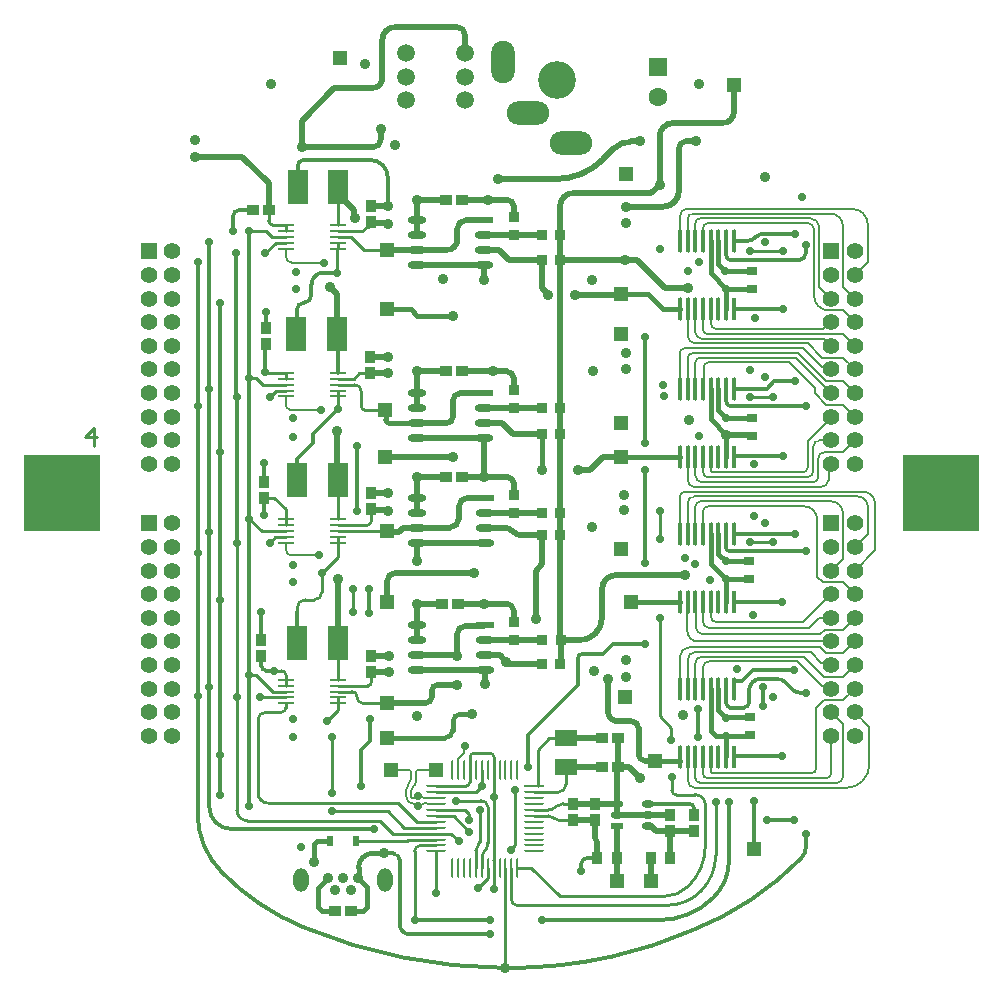
<source format=gbl>
%TF.GenerationSoftware,Altium Limited,Altium Designer,23.3.1 (30)*%
G04 Layer_Physical_Order=4*
G04 Layer_Color=16711680*
%FSLAX25Y25*%
%MOIN*%
%TF.SameCoordinates,891D3A3A-43D5-49D6-AFC7-0964E08A728C*%
%TF.FilePolarity,Positive*%
%TF.FileFunction,Copper,L4,Bot,Signal*%
%TF.Part,Single*%
G01*
G75*
%TA.AperFunction,Conductor*%
%ADD10C,0.01181*%
%ADD11C,0.01968*%
%ADD12C,0.01575*%
%ADD13C,0.00984*%
%ADD14C,0.00787*%
%TA.AperFunction,SMDPad,CuDef*%
%ADD17R,0.03381X0.03591*%
%ADD21R,0.05512X0.00984*%
%ADD22O,0.05512X0.00984*%
%ADD28R,0.03543X0.03150*%
%ADD29R,0.07087X0.11811*%
%ADD31R,0.03591X0.04166*%
%ADD33R,0.04166X0.03591*%
%ADD34R,0.01657X0.07699*%
G04:AMPARAMS|DCode=35|XSize=76.99mil|YSize=16.57mil|CornerRadius=8.28mil|HoleSize=0mil|Usage=FLASHONLY|Rotation=90.000|XOffset=0mil|YOffset=0mil|HoleType=Round|Shape=RoundedRectangle|*
%AMROUNDEDRECTD35*
21,1,0.07699,0.00000,0,0,90.0*
21,1,0.06042,0.01657,0,0,90.0*
1,1,0.01657,0.00000,0.03021*
1,1,0.01657,0.00000,-0.03021*
1,1,0.01657,0.00000,-0.03021*
1,1,0.01657,0.00000,0.03021*
%
%ADD35ROUNDEDRECTD35*%
%ADD36R,0.04134X0.02362*%
%ADD37O,0.04134X0.02362*%
%ADD38R,0.03591X0.03381*%
%ADD39O,0.06102X0.02362*%
%ADD40R,0.06102X0.02362*%
%TA.AperFunction,NonConductor*%
%ADD41C,0.01000*%
%TA.AperFunction,ComponentPad*%
%ADD42C,0.03543*%
%ADD43O,0.05118X0.07874*%
%ADD44C,0.05906*%
%ADD45R,0.05118X0.05118*%
%ADD46R,0.06299X0.06299*%
%ADD47C,0.06299*%
%ADD48R,0.25591X0.25591*%
%ADD49C,0.05512*%
%ADD50R,0.05512X0.05512*%
%ADD51C,0.12598*%
%ADD52O,0.14173X0.07874*%
%ADD53O,0.07874X0.14173*%
%ADD54R,0.05118X0.05118*%
%TA.AperFunction,ViaPad*%
%ADD55C,0.02756*%
%ADD56C,0.03543*%
%TA.AperFunction,SMDPad,CuDef*%
%ADD57R,0.02461X0.03268*%
%ADD58R,0.03378X0.03900*%
G04:AMPARAMS|DCode=59|XSize=9.94mil|YSize=65.17mil|CornerRadius=4.97mil|HoleSize=0mil|Usage=FLASHONLY|Rotation=180.000|XOffset=0mil|YOffset=0mil|HoleType=Round|Shape=RoundedRectangle|*
%AMROUNDEDRECTD59*
21,1,0.00994,0.05523,0,0,180.0*
21,1,0.00000,0.06517,0,0,180.0*
1,1,0.00994,0.00000,0.02761*
1,1,0.00994,0.00000,0.02761*
1,1,0.00994,0.00000,-0.02761*
1,1,0.00994,0.00000,-0.02761*
%
%ADD59ROUNDEDRECTD59*%
G04:AMPARAMS|DCode=60|XSize=65.17mil|YSize=9.94mil|CornerRadius=4.97mil|HoleSize=0mil|Usage=FLASHONLY|Rotation=180.000|XOffset=0mil|YOffset=0mil|HoleType=Round|Shape=RoundedRectangle|*
%AMROUNDEDRECTD60*
21,1,0.06517,0.00000,0,0,180.0*
21,1,0.05523,0.00994,0,0,180.0*
1,1,0.00994,-0.02761,0.00000*
1,1,0.00994,0.02761,0.00000*
1,1,0.00994,0.02761,0.00000*
1,1,0.00994,-0.02761,0.00000*
%
%ADD60ROUNDEDRECTD60*%
%ADD61R,0.06517X0.00994*%
%ADD62R,0.07480X0.05512*%
D10*
X26870Y-53445D02*
G03*
X25394Y-54921I0J-1476D01*
G01*
X-66142Y63484D02*
G03*
X-63386Y66241I0J2756D01*
G01*
X-66142Y63484D02*
G03*
X-68209Y61418I0J-2066D01*
G01*
X-37894Y105202D02*
G03*
X-43912Y111221I-6018J0D01*
G01*
X-65945D02*
G03*
X-68012Y109153I0J-2067D01*
G01*
X-59345Y73622D02*
G03*
X-63386Y69586I0J-4041D01*
G01*
X74803Y-69882D02*
G03*
X76279Y-71358I1476J0D01*
G01*
X-97441Y-104604D02*
G03*
X-90234Y-111811I7207J0D01*
G01*
X-87402Y94488D02*
G03*
X-89567Y92323I0J-2165D01*
G01*
X99016Y77756D02*
G03*
X101378Y80118I0J2362D01*
G01*
X74803Y79429D02*
G03*
X76476Y77756I1673J0D01*
G01*
X74854Y30658D02*
G03*
X76378Y29134I1524J0D01*
G01*
X74803Y-18012D02*
G03*
X75984Y-19193I1181J0D01*
G01*
X97058Y-65463D02*
G03*
X99410Y-66437I2352J2353D01*
G01*
X99902Y-121555D02*
G03*
X101378Y-117992I-3563J3563D01*
G01*
X94380Y-62785D02*
G03*
X92028Y-61811I-2352J-2352D01*
G01*
X86289D02*
G03*
X82480Y-65620I0J-3809D01*
G01*
X80709Y-71358D02*
G03*
X82480Y-69587I0J1772D01*
G01*
X63505Y-145623D02*
G03*
X99902Y-121555I-38162J97267D01*
G01*
X-66038Y-144611D02*
G03*
X1280Y-158169I68161J164526D01*
G01*
X36791Y-154378D02*
G03*
X63505Y-145623I-31302J140649D01*
G01*
X1316Y-158169D02*
G03*
X36791Y-154378I955J158900D01*
G01*
X-93248Y-126300D02*
G03*
X-66038Y-144611I58879J58122D01*
G01*
X-101378Y-106588D02*
G03*
X-93248Y-126300I27881J-34D01*
G01*
X52363Y-142224D02*
G03*
X70664Y-134652I11J25875D01*
G01*
D02*
G03*
X75787Y-122292I-12350J12361D01*
G01*
X-33957Y-143701D02*
G03*
X-30709Y-146949I3248J0D01*
G01*
X28543Y-121457D02*
G03*
X26575Y-123425I0J-1969D01*
G01*
X87497Y86614D02*
G03*
X84646Y85433I0J-4033D01*
G01*
X81551Y84151D02*
G03*
X84646Y85433I0J4377D01*
G01*
X64075Y-104921D02*
G03*
X62598Y-103445I-1476J0D01*
G01*
X-80097Y-57403D02*
G03*
X-78445Y-59055I1652J0D01*
G01*
X-33957Y-122289D02*
G03*
X-36265Y-119980I-2309J0D01*
G01*
X-62992Y19685D02*
X-54626Y28051D01*
X33861Y-53445D02*
X37109Y-50197D01*
X26870Y-53445D02*
X33861D01*
X37109Y-50197D02*
X47736D01*
X-63386Y66241D02*
Y69586D01*
X-37894Y95965D02*
Y105202D01*
X-65945Y111221D02*
X-43912D01*
X-68012Y102264D02*
Y109153D01*
X-59345Y73622D02*
X-54724D01*
X-68209Y53150D02*
Y61418D01*
X-68307Y4626D02*
Y11614D01*
X-78642Y55126D02*
Y60532D01*
X-78740Y40354D02*
Y49795D01*
X47736Y-23130D02*
Y7874D01*
X74803Y-69882D02*
Y-65057D01*
X76279Y-71358D02*
X80709D01*
X13287Y-142224D02*
X52356D01*
X-90234Y-111811D02*
X-42520D01*
X8760Y-91043D02*
Y-80610D01*
X25394Y-63976D01*
X-87402Y94488D02*
X-83030D01*
X-89567Y87598D02*
Y92323D01*
X76476Y77756D02*
X99016D01*
X101378Y80118D02*
Y82677D01*
X76378Y29134D02*
X101378D01*
X75984Y-19193D02*
X101378D01*
X74803Y79429D02*
Y84151D01*
X74854Y30658D02*
Y34892D01*
X74803Y-18012D02*
Y-13483D01*
X99410Y-66437D02*
X101378D01*
X94380Y-62785D02*
X97058Y-65463D01*
X86289Y-61811D02*
X92028D01*
X82480Y-69587D02*
Y-65620D01*
X1280Y-158169D02*
X1316Y-158169D01*
X-80118Y-48910D02*
Y-39370D01*
X-46752Y-97441D02*
Y-85630D01*
X-43799Y-82677D01*
Y-75295D01*
X52356Y-142224D02*
X52363Y-142224D01*
X-30709Y-146949D02*
X-3839D01*
X47736Y16732D02*
Y52165D01*
X65453Y-81201D02*
Y-71949D01*
X75787Y-122292D02*
Y-102854D01*
X101378Y-117992D02*
Y-113681D01*
X-84153Y-60532D02*
Y-8366D01*
X-97441Y-104604D02*
Y-64468D01*
X-101378Y-106588D02*
Y-67421D01*
X28543Y-121457D02*
X31908D01*
X26575Y-125984D02*
Y-123425D01*
X84153Y-118602D02*
Y-102362D01*
X25394Y-63976D02*
Y-54921D01*
X77362Y84151D02*
X81551D01*
X87497Y86614D02*
X97638D01*
X-84153Y-104331D02*
Y-60532D01*
X48819Y-103445D02*
X62598D01*
X48819D02*
Y-103437D01*
X64075Y-107177D02*
Y-104921D01*
X-68209Y-49803D02*
Y-39370D01*
X-80097Y-57403D02*
Y-54261D01*
X-78445Y-59055D02*
X-75787D01*
X-29035Y-142224D02*
X-3937D01*
X-93996Y-100394D02*
Y-87106D01*
Y-35433D01*
X-39370Y-119980D02*
X-36265D01*
X-33957Y-143701D02*
Y-122289D01*
X88583Y-108760D02*
X97539D01*
X-93996Y-35433D02*
Y13780D01*
Y63484D01*
X-101378Y-19882D02*
Y29035D01*
Y-67421D02*
Y-19882D01*
X-97441Y-64468D02*
Y-12795D01*
X-80118Y-54240D02*
X-80097Y-54261D01*
X-84153Y-8366D02*
Y38386D01*
X-97441Y-12795D02*
Y34941D01*
Y34942D02*
Y83661D01*
X-84153Y38386D02*
Y87598D01*
X-101378Y29035D02*
Y77067D01*
X-88435Y32334D02*
Y79971D01*
X-44291Y-39862D02*
Y-31791D01*
X-48228Y-5906D02*
Y15748D01*
X87106Y-70866D02*
Y-64665D01*
X77362Y-87698D02*
X77451Y-87610D01*
X93515D01*
X77582Y-62627D02*
X79991D01*
X83661Y-58957D02*
X97539D01*
X79991Y-62627D02*
X83661Y-58957D01*
X77362Y-62847D02*
X77582Y-62627D01*
X77362Y-65057D02*
Y-62847D01*
X77364Y-13484D02*
X97638D01*
X77362Y-13483D02*
X77364Y-13484D01*
X-88287Y-16437D02*
Y32186D01*
X90945Y37402D02*
X97638D01*
X77600Y12598D02*
X93701D01*
X77362Y12302D02*
Y12361D01*
X77600Y12598D01*
X77362Y-36124D02*
X93608D01*
X88486Y34942D02*
X90945Y37402D01*
X77455Y61417D02*
X93701D01*
X77362Y61510D02*
X77455Y61417D01*
X-79134Y3937D02*
Y10039D01*
X-68307Y11614D02*
X-62992Y16929D01*
Y19685D01*
X77362Y34942D02*
X88486D01*
X-79134Y-7087D02*
Y-1394D01*
X74803Y34942D02*
X74854Y34892D01*
X83415Y74262D02*
X83465Y74213D01*
X-54626Y50787D02*
X-54626Y50787D01*
X-54626Y40200D02*
Y50787D01*
D11*
X57087Y123425D02*
G03*
X52658Y118996I0J-4429D01*
G01*
X61516Y117421D02*
G03*
X59055Y114961I0J-2461D01*
G01*
X53843Y95575D02*
G03*
X59055Y100787I0J5213D01*
G01*
X4035Y95768D02*
G03*
X1969Y97835I-2067J0D01*
G01*
X4035Y38386D02*
G03*
X1772Y40650I-2264J0D01*
G01*
X4035Y3347D02*
G03*
X1969Y5413I-2067J0D01*
G01*
X4036Y-39173D02*
G03*
X1575Y-36713I-2461J0D01*
G01*
X1476Y-56102D02*
G03*
X2362Y-56988I886J0D01*
G01*
X37992Y-27264D02*
G03*
X33465Y-31791I0J-4528D01*
G01*
X23917Y100197D02*
G03*
X19495Y95774I0J-4422D01*
G01*
X-12205Y152756D02*
G03*
X-14961Y155512I-2756J0D01*
G01*
X-35433D02*
G03*
X-39764Y151181I0J-4331D01*
G01*
X-43307Y135039D02*
G03*
X-39764Y138583I0J3543D01*
G01*
X-42913Y115354D02*
G03*
X-40256Y118012I0J2657D01*
G01*
X31908Y-116627D02*
G03*
X31299Y-115157I-2078J0D01*
G01*
X31004Y-114445D02*
G03*
X31299Y-115157I1008J0D01*
G01*
X3937Y-12795D02*
G03*
X468Y-11358I-3469J-3469D01*
G01*
X3937Y-12795D02*
G03*
X6788Y-13976I2851J2851D01*
G01*
X-21555Y-63878D02*
G03*
X-23130Y-65453I0J-1575D01*
G01*
X-25680Y-69972D02*
G03*
X-23130Y-67421I0J2550D01*
G01*
X45669Y-87008D02*
G03*
X47736Y-89075I2067J0D01*
G01*
X35433Y-72736D02*
G03*
X38604Y-75907I3171J0D01*
G01*
X45669Y-78347D02*
G03*
X43230Y-75907I-2440J0D01*
G01*
X25713Y-49016D02*
G03*
X33465Y-41264I0J7752D01*
G01*
X-35531Y-26476D02*
G03*
X-38091Y-29035I0J-2559D01*
G01*
X-11201Y-1358D02*
G03*
X-14272Y-4429I0J-3071D01*
G01*
X-17264Y-11358D02*
G03*
X-14272Y-8366I0J2992D01*
G01*
X-11949Y91102D02*
G03*
X-14764Y88287I0J-2815D01*
G01*
X-18307Y81102D02*
G03*
X-14764Y84646I0J3543D01*
G01*
X43012Y117323D02*
G03*
X37467Y115026I0J-7841D01*
G01*
X18057Y104823D02*
G03*
X33775Y111335I6J22213D01*
G01*
X73700Y123425D02*
G03*
X77444Y127170I0J3745D01*
G01*
X-38681Y27756D02*
G03*
X-38780Y27854I-99J0D01*
G01*
X-13858Y33386D02*
G03*
X-16240Y31004I0J-2382D01*
G01*
X-18504Y23327D02*
G03*
X-16240Y25591I0J2264D01*
G01*
X-12087Y-44173D02*
G03*
X-14921Y-47008I0J-2835D01*
G01*
X49723Y-129331D02*
Y-121457D01*
X52658Y102953D02*
Y118996D01*
X23917Y100197D02*
X49902D01*
X52658Y102953D01*
X-54429Y99902D02*
X-49086Y94559D01*
Y92000D02*
Y94559D01*
X61516Y117421D02*
X64862D01*
X59055Y100787D02*
Y114961D01*
X41433Y95575D02*
X53843D01*
X4035Y92218D02*
Y95768D01*
Y34502D02*
Y38386D01*
X-2953Y40650D02*
X1772D01*
X4035Y-380D02*
Y3347D01*
X4036Y-42900D02*
Y-39173D01*
X-4528Y97835D02*
X1969D01*
X-6004Y76102D02*
X-5955Y76053D01*
X-6004Y5413D02*
X1969D01*
X-5906Y-36713D02*
X1575D01*
X19495Y77854D02*
X41142D01*
X44989D01*
X54438Y68405D01*
X-650Y-53976D02*
X1476Y-56102D01*
X-5709Y-53976D02*
X-650D01*
X2362Y-56988D02*
X13477D01*
X42565Y-91285D02*
X46260Y-94980D01*
X38931Y-91285D02*
X42565D01*
X38689Y-91043D02*
X38931Y-91285D01*
X46260Y-94980D02*
X46260D01*
X37992Y-27264D02*
X61024D01*
X-12205Y146850D02*
Y152756D01*
X-35433Y155512D02*
X-14961D01*
X-39764Y138583D02*
Y151181D01*
X-55807Y135039D02*
X-43307D01*
X-66535Y115354D02*
X-42913D01*
X54438Y68405D02*
X62008D01*
X31004Y-114445D02*
Y-108768D01*
X31908Y-121457D02*
Y-116627D01*
X-5610Y-11358D02*
X468D01*
X6788Y-13976D02*
X13379D01*
X13379Y68445D02*
X15354Y66470D01*
X13379Y68445D02*
Y77854D01*
X-23130Y-67421D02*
Y-65453D01*
X-38279Y-69972D02*
X-25680D01*
X-21555Y-63878D02*
X-14862D01*
X47736Y-89075D02*
X51181D01*
X45669Y-87008D02*
Y-78347D01*
X38604Y-75907D02*
X43230D01*
X35433Y-72736D02*
Y-61713D01*
X33465Y-41264D02*
Y-31791D01*
X19692Y-49016D02*
X25713D01*
X-35531Y-26476D02*
X-9252D01*
X-38091Y-36124D02*
Y-29035D01*
X-11201Y-1358D02*
X-5610D01*
X-14272Y-8366D02*
Y-4429D01*
X-14764Y84646D02*
Y88287D01*
X-28346Y81102D02*
X-18307D01*
X43012Y117323D02*
X46063D01*
X33775Y111335D02*
X37467Y115026D01*
X-1280Y104823D02*
X18057D01*
X18057Y104823D02*
X18057Y104823D01*
X19495Y86024D02*
Y95774D01*
X77444Y127170D02*
Y136007D01*
X57087Y123425D02*
X73700D01*
X29331Y7874D02*
X33758Y12302D01*
X39764D01*
X25295Y7874D02*
X29331D01*
X-16240Y25591D02*
Y31004D01*
X-18602Y23327D02*
X-18504D01*
X-18602D02*
Y23386D01*
X-13858Y33386D02*
X-5906D01*
X-28346Y23386D02*
X-18602D01*
X-12087Y-44173D02*
X-5906D01*
X-14921Y-53976D02*
Y-47008D01*
X-5709Y-63386D02*
Y-58976D01*
X-43402Y-54327D02*
X-37602D01*
X-38780Y12303D02*
X-16142D01*
X-28150Y-36713D02*
X-19791D01*
X38537Y-103286D02*
Y-91195D01*
X38386Y-103437D02*
X38537Y-103286D01*
Y-91195D02*
X38689Y-91043D01*
X-40256Y118012D02*
Y121555D01*
X-66535Y124311D02*
X-55807Y135039D01*
X-66535Y115354D02*
Y124311D01*
X19593Y19882D02*
Y28424D01*
X19544Y28474D02*
Y77805D01*
X19495Y77854D02*
X19544Y77805D01*
Y28474D02*
X19593Y28424D01*
X24705Y66240D02*
X39665D01*
X-5906Y-44173D02*
X-5709Y-43976D01*
X-54626Y-49803D02*
Y-28543D01*
X11319Y-25689D02*
X13379Y-23629D01*
Y-13976D01*
X11319Y-41831D02*
Y-25689D01*
X-54724Y4724D02*
X-54626Y4626D01*
X-54724Y4724D02*
Y20669D01*
X-42927Y90065D02*
X-38097D01*
X3642Y19882D02*
X13432D01*
X-28346Y28386D02*
Y33386D01*
X-42927Y-5604D02*
X-38097D01*
X-54823Y53150D02*
Y66634D01*
X-57087Y68898D02*
X-54823Y66634D01*
X-28120Y-54006D02*
X-14892D01*
X-28100Y-22392D02*
Y-16408D01*
X-28051Y-16358D02*
X-5610D01*
X-28051Y-6358D02*
Y-1358D01*
X83169Y19587D02*
X83465Y19291D01*
X74803Y19587D02*
X83169D01*
X-28150Y-58976D02*
X-6216D01*
X-102362Y112205D02*
X-86417D01*
X-77699Y94488D02*
Y103486D01*
X-86417Y112205D02*
X-77699Y103486D01*
X-43402Y-59650D02*
X-37602D01*
X-43406Y95874D02*
X-43360Y95919D01*
X-37939D01*
X-37898Y45378D02*
X-37894Y45374D01*
X-43996Y45382D02*
X-43992Y45378D01*
X-37898D01*
X-43992Y40055D02*
X-37898D01*
X-43996Y40051D02*
X-43992Y40055D01*
X-43402Y201D02*
X-37898D01*
X21457Y-81595D02*
X33358D01*
X21457Y-91043D02*
X33358D01*
X-13083Y5413D02*
X-6004D01*
X-28051Y-11358D02*
X-17264D01*
X-32913D02*
X-28051D01*
X-38213Y-12697D02*
X-34252D01*
X-32913Y-11358D01*
X-28346Y97933D02*
X-18610D01*
X-28346Y91102D02*
Y97933D01*
Y86102D02*
Y91102D01*
X-13280Y97933D02*
X-13230Y97884D01*
X-4577D01*
X-11949Y91102D02*
X-5906D01*
X-787Y81102D02*
X2461Y77854D01*
X-5906Y81102D02*
X-787D01*
X2461Y77854D02*
X13379D01*
X-5906Y86102D02*
X-5906Y86102D01*
X4035D02*
X4035Y86102D01*
X-5906Y86102D02*
X4035D01*
X4075Y86063D02*
X13340D01*
X13379Y86024D01*
X4035Y86102D02*
X4075Y86063D01*
X19495Y77854D02*
X19495Y77854D01*
X19495Y77854D02*
Y86024D01*
X-5906Y28386D02*
X4035D01*
X4055Y28405D02*
X13458D01*
X-5541Y-6427D02*
X3966D01*
X-5610Y-6358D02*
X-5541Y-6427D01*
X3966D02*
X4035Y-6496D01*
X13379D01*
X-5689Y-48996D02*
X4016D01*
X4036Y-49016D01*
X13576D01*
X19495Y-6496D02*
X19544Y-6447D01*
Y19833D01*
X138Y23386D02*
X3642Y19882D01*
X-5906Y23386D02*
X138D01*
X19495Y-13976D02*
X19593Y-14075D01*
Y-48917D02*
X19692Y-49016D01*
X19593Y-48917D02*
Y-14075D01*
X19495Y-13976D02*
Y-6496D01*
X-28150Y-48976D02*
Y-43976D01*
X19643Y-56939D02*
Y-49065D01*
X19692Y-49016D01*
X19593Y-56988D02*
X19643Y-56939D01*
X-14461Y-36713D02*
X-5906D01*
X-28150Y-43976D02*
Y-36713D01*
X-5955Y5463D02*
Y18337D01*
X-5906Y18386D01*
X-28346Y40650D02*
X-18709D01*
X-28346Y33386D02*
Y40650D01*
X-28346Y40650D02*
X-28346Y40650D01*
X-13378Y40650D02*
X-2953D01*
X-28150Y5413D02*
X-18413D01*
X-28100Y-1309D02*
Y5364D01*
X-28346Y81102D02*
X-28346Y81102D01*
X-38091Y81102D02*
X-28346D01*
X-28346Y76102D02*
X-6004D01*
X-5955Y71211D02*
Y76053D01*
X-28346Y18386D02*
X-5906D01*
X38386Y-129331D02*
Y-121457D01*
X23917Y-108768D02*
X31004D01*
X38386Y-121457D02*
Y-110917D01*
X56201Y-121457D02*
Y-112508D01*
X51402D02*
X56201D01*
X49811Y-110917D02*
X51402Y-112508D01*
X56201D02*
X64075D01*
X48819Y-107177D02*
X56201D01*
X38386D02*
X48819D01*
X38386D02*
Y-103437D01*
X31004D02*
X38386D01*
X23917D02*
X31004D01*
X38689Y-91043D02*
Y-81595D01*
D12*
X-13681Y-73524D02*
G03*
X-16233Y-76076I0J-2552D01*
G01*
X-19127Y-81595D02*
G03*
X-16233Y-78701I0J2894D01*
G01*
X-38681Y24606D02*
G03*
X-37461Y23386I1221J0D01*
G01*
X-47695Y-124728D02*
G03*
X-47695Y-124707I-1575J19D01*
G01*
X-42812Y-119939D02*
G03*
X-42795Y-119939I36J1574D01*
G01*
X-42812Y-119939D02*
G03*
X-47695Y-124707I-133J-4747D01*
G01*
X39764Y66339D02*
X48819D01*
X53647Y61510D01*
X-13681Y-73524D02*
X-9843D01*
X-16233Y-78701D02*
Y-76076D01*
X-38287Y-81595D02*
X-19127D01*
X74360Y74262D02*
X83415D01*
X69685Y-79035D02*
X71358Y-80709D01*
X74902D01*
X82579D01*
X74819Y-87578D02*
X74841Y-87600D01*
X74819Y-87578D02*
Y-84640D01*
X74902Y-84557D01*
Y-80709D01*
X69685Y-79035D02*
Y-65057D01*
X75000Y-74606D02*
X82776D01*
X72244Y-72047D02*
X74902Y-74705D01*
X72244Y-72047D02*
Y-65058D01*
X-61537Y-115945D02*
X-57234D01*
X-62459Y-122777D02*
Y-116867D01*
X-61537Y-115945D01*
X-38681Y24606D02*
Y27756D01*
X-37461Y23386D02*
X-28346D01*
X-47736Y-128150D02*
X-44783Y-131102D01*
X-46260Y-139173D02*
X-44783Y-137697D01*
Y-131102D01*
X-50189Y-139173D02*
X-46260D01*
X-61221Y-137992D02*
Y-131496D01*
X-57972Y-128248D01*
X-61221Y-137992D02*
X-60039Y-139173D01*
X-55520D01*
X-42795Y-119939D02*
X-39370Y-119980D01*
X-47695Y-124707D02*
X-47695D01*
X-47736Y-128150D02*
X-47695Y-124728D01*
X-42795Y-119939D02*
X-42795Y-119939D01*
X72244Y-20079D02*
X74803Y-22638D01*
X72244Y-20079D02*
Y-13483D01*
X39764Y12302D02*
X59449D01*
X-16240Y59252D02*
X-16237D01*
X-28051D02*
X-16240D01*
X-38091Y61509D02*
X-30308D01*
X-28051Y59252D01*
X59411Y-89075D02*
X59449Y-89037D01*
X51181Y-89075D02*
X59411D01*
X13432Y7920D02*
Y19836D01*
X13386Y7874D02*
X13432Y7920D01*
X69685Y73425D02*
Y84151D01*
Y73425D02*
X74803Y68307D01*
X43257Y-36124D02*
X59449D01*
X74803Y61510D02*
Y68307D01*
X74803Y68307D02*
X83465D01*
X72244Y76378D02*
Y84151D01*
Y76378D02*
X74311Y74311D01*
X74803Y-22638D02*
X82579D01*
X74803Y-22638D02*
X74803Y-22638D01*
X69685Y-23425D02*
Y-13483D01*
Y-23425D02*
X74803Y-28543D01*
Y-36124D02*
Y-28543D01*
X82579D01*
X69685Y24705D02*
Y34942D01*
Y24705D02*
X74803Y19587D01*
X72244Y27657D02*
Y34942D01*
Y27657D02*
X74803Y25098D01*
Y12302D02*
Y19587D01*
Y25098D02*
X83366D01*
X53647Y61510D02*
X59449D01*
X72244Y-65057D02*
X72244Y-65058D01*
D13*
X56693Y-99016D02*
G03*
X58071Y-100394I1378J0D01*
G01*
X-62431Y-35433D02*
G03*
X-59941Y-32943I0J2490D01*
G01*
X-65453Y-35433D02*
G03*
X-68209Y-38189I0J-2756D01*
G01*
X-88287Y-105610D02*
G03*
X-84842Y-109055I3445J0D01*
G01*
X-77699Y90888D02*
G03*
X-76245Y89434I1454J0D01*
G01*
X-45005Y-10654D02*
G03*
X-43406Y-9055I0J1599D01*
G01*
X-44595Y-64083D02*
G03*
X-43406Y-62894I0J1190D01*
G01*
X-8071Y-117815D02*
G03*
X-8563Y-119003I1188J-1188D01*
G01*
X66344Y-132649D02*
G03*
X71358Y-120547I-12086J12097D01*
G01*
X55087Y-137303D02*
G03*
X66344Y-132649I5J15929D01*
G01*
X3248Y-135433D02*
G03*
X5118Y-137303I1870J0D01*
G01*
X53929Y-134350D02*
G03*
X62292Y-130890I0J11837D01*
G01*
D02*
G03*
X67913Y-117327I-13552J13563D01*
G01*
Y-103839D02*
G03*
X64468Y-100394I-3445J0D01*
G01*
X-27082Y-117325D02*
G03*
X-29035Y-119278I0J-1953D01*
G01*
X-78740Y-72933D02*
G03*
X-81201Y-75394I0J-2461D01*
G01*
X-73425Y-72933D02*
G03*
X-71949Y-71457I0J1476D01*
G01*
X-81201Y-99902D02*
G03*
X-77854Y-103248I3347J0D01*
G01*
X-8071Y-117815D02*
G03*
X-7382Y-116152I-1663J1663D01*
G01*
X-5906Y-119587D02*
G03*
X-6594Y-121250I1663J-1663D01*
G01*
X-5906Y-119587D02*
G03*
X-4626Y-116498I-3089J3089D01*
G01*
Y-104543D02*
G03*
X-6807Y-102362I-2181J0D01*
G01*
X-2657Y-122266D02*
G03*
X-2657Y-122273I984J-8D01*
G01*
X-2461Y-105564D02*
G03*
X-2462Y-105412I-4429J52D01*
G01*
X17224Y-108169D02*
G03*
X18669Y-108768I1445J1445D01*
G01*
X17224Y-108169D02*
G03*
X15561Y-107480I-1663J-1663D01*
G01*
X-2657Y-87697D02*
G03*
X-3740Y-86614I-1083J0D01*
G01*
X-9350D02*
G03*
X-10531Y-87795I0J-1181D01*
G01*
X-12008Y-97638D02*
G03*
X-10533Y-96163I0J1474D01*
G01*
X20366Y-103437D02*
G03*
X18209Y-104331I0J-3051D01*
G01*
X15357Y-105512D02*
G03*
X18209Y-104331I0J4033D01*
G01*
X-48228Y-67913D02*
G03*
X-46153Y-69989I2076J0D01*
G01*
X-48228Y-67716D02*
G03*
X-49893Y-66052I-1665J0D01*
G01*
X-46752Y28839D02*
G03*
X-45768Y27854I984J0D01*
G01*
X-46752Y33957D02*
G03*
X-49058Y36263I-2306J0D01*
G01*
X-71949Y-60433D02*
G03*
X-73327Y-59055I-1378J0D01*
G01*
X18859Y-99606D02*
G03*
X21457Y-97009I0J2597D01*
G01*
X56693Y-99016D02*
Y-94488D01*
X56595Y-82185D02*
Y-78150D01*
X52658Y-74213D02*
Y-41437D01*
Y-74213D02*
X56595Y-78150D01*
X-34547Y-103248D02*
X-28346Y-109449D01*
X-21852D01*
X-77854Y-103248D02*
X-34547D01*
X-44709Y88952D02*
X-43406Y90256D01*
X-46484Y87465D02*
X-44996Y88952D01*
X-44709D01*
X-54626Y87465D02*
X-46484D01*
X-45866Y81102D02*
X-38091D01*
X-54626Y85497D02*
X-50261D01*
X-45866Y81102D01*
X-54724Y73622D02*
Y81560D01*
X-65453Y-35433D02*
X-62431D01*
X-68209Y-39370D02*
Y-38189D01*
X52658Y-15280D02*
Y-5709D01*
X4429Y-117238D02*
Y-98917D01*
X3051Y-118616D02*
X4429Y-117238D01*
X-4628Y-128152D02*
Y-124708D01*
X-7874Y-131398D02*
X-4628Y-128152D01*
Y-124708D02*
X-4626Y-124707D01*
X-84842Y-109055D02*
X-40551D01*
X-36220Y-113386D01*
X-48474Y-115945D02*
X-31693D01*
X-31102Y-115354D01*
X-21852D01*
X-77699Y90888D02*
Y94488D01*
X-76245Y89434D02*
X-71949D01*
X-54626Y-64083D02*
X-44595D01*
X-54626Y-10654D02*
X-45005D01*
X-8563Y-124707D02*
Y-119003D01*
X1281Y-158166D02*
Y-124708D01*
X8858Y-137303D02*
X55087D01*
X55087Y-137303D02*
X55087Y-137303D01*
X5118D02*
X8858D01*
X3248Y-135433D02*
Y-124707D01*
X71358Y-120547D02*
Y-102854D01*
X67913Y-117327D02*
Y-103839D01*
X58071Y-100394D02*
X64468D01*
X19433Y-134350D02*
X53929D01*
X-27082Y-117325D02*
X-21854D01*
X-29035Y-142224D02*
Y-119278D01*
X-36220Y-113386D02*
X-21852D01*
X-37894Y-106004D02*
X-32480Y-111417D01*
X-56595Y-106004D02*
X-37894D01*
X-32480Y-111417D02*
X-21852D01*
X-56595Y-99902D02*
Y-81201D01*
X-78740Y-72933D02*
X-73425D01*
X-81201Y-99902D02*
Y-75394D01*
X-84153Y-8366D02*
X-79897Y-12623D01*
X-71949D01*
X-4626Y-116498D02*
Y-104543D01*
X-15256Y-102362D02*
X-6807D01*
X-6594Y-124707D02*
Y-121250D01*
X-7382Y-116152D02*
Y-105512D01*
X-21850Y-107482D02*
X-16041D01*
X-16730Y-113388D02*
X-14272Y-115847D01*
X-16041Y-107482D02*
X-10827Y-112697D01*
X-21850Y-113388D02*
X-16730D01*
X-2657Y-122266D02*
X-2461Y-105564D01*
X-2559Y-101083D02*
X-2462Y-105412D01*
X-2657Y-124707D02*
Y-122273D01*
X-12393Y-105520D02*
Y-105512D01*
X-12285Y-105520D02*
X-10970Y-106835D01*
X-21852Y-105512D02*
X-12393D01*
X-10970Y-108617D02*
Y-106835D01*
X-12393Y-105520D02*
X-12285D01*
X-2657Y-100984D02*
Y-92222D01*
Y-87697D01*
X-6594Y-97638D02*
Y-92222D01*
X-21852Y-99606D02*
X-8563D01*
X-6594Y-97638D01*
X-21852Y-133167D02*
Y-119291D01*
X-2657Y-131890D02*
Y-124707D01*
X18669Y-108768D02*
X23917D01*
X10632Y-107480D02*
X15561D01*
X-9350Y-86614D02*
X-3740D01*
X-10531Y-92222D02*
Y-87795D01*
X-21852Y-97638D02*
X-12008D01*
X-88287Y-105610D02*
Y-68012D01*
X20366Y-103437D02*
X23917D01*
X-46153Y-69989D02*
X-38296D01*
X-48228Y-67913D02*
Y-67716D01*
X-54626Y-66052D02*
X-49893D01*
X-59941Y-32943D02*
Y-26476D01*
X-54626Y-21161D01*
X-46752Y28839D02*
Y33957D01*
X-45768Y27854D02*
X-38780D01*
X-54626Y36263D02*
X-49058D01*
X-71949Y-62115D02*
Y-60433D01*
X-75787Y-59055D02*
X-73327D01*
X-43406Y-9055D02*
Y-5126D01*
X10632Y-99606D02*
X18859D01*
X21457Y-97009D02*
Y-91043D01*
X-21852Y-107480D02*
X-21850Y-107482D01*
X-88287Y-68012D02*
Y-16437D01*
X-71949Y-64083D02*
Y-62115D01*
X-76271Y-66052D02*
X-71949D01*
X-81791Y-60532D02*
X-76271Y-66052D01*
X-84153Y-60532D02*
X-81791D01*
X-80418Y-68020D02*
X-71949D01*
X-78543Y87402D02*
X-76639Y85497D01*
X-83957Y87402D02*
X-78543D01*
X-76639Y85497D02*
X-71949D01*
X-78740Y80020D02*
X-75232Y83528D01*
X82874Y80905D02*
X93799D01*
X-21852Y-113386D02*
X-21850Y-113388D01*
X-10533Y-96163D02*
Y-92224D01*
X9790Y-124707D02*
X19433Y-134350D01*
X5217Y-124707D02*
X9790D01*
X12008Y-85433D02*
X15846Y-81595D01*
X12008Y-97633D02*
Y-85433D01*
X15846Y-81595D02*
X21457D01*
X12003Y-97638D02*
X12008Y-97633D01*
X-21854Y-117325D02*
X-21852Y-117323D01*
X-71949Y-71457D02*
Y-69989D01*
X82874Y-16339D02*
X90551D01*
X82677Y32186D02*
X90454D01*
X-49508Y-39665D02*
Y-31693D01*
X-54626Y-12623D02*
X-38288D01*
X-58169Y-75689D02*
X-54626Y-72146D01*
X-75232Y83528D02*
X-71949D01*
X-77362Y32185D02*
X-75253Y34295D01*
X-71949D01*
X-77264Y-16437D02*
X-75418Y-14591D01*
X-71949D01*
X-54626Y-21161D02*
Y-16560D01*
X-54626D02*
X-54626D01*
X-54626Y81560D02*
X-54626D01*
X-54724D02*
X-54626D01*
Y-69989D02*
Y-68020D01*
Y-72146D02*
Y-69989D01*
Y32326D02*
X-54626D01*
Y28051D02*
Y32326D01*
X-78586Y40200D02*
X-72005D01*
X-79669Y36263D02*
X-71949D01*
X-81791Y38386D02*
X-79669Y36263D01*
X-84153Y38386D02*
X-81791D01*
X-79134Y-1394D02*
X-75772D01*
X-71949Y-8686D02*
Y-5217D01*
X-75772Y-1394D02*
X-71949Y-5217D01*
Y-10654D02*
Y-8686D01*
X-54626Y81560D02*
Y83528D01*
Y-62115D02*
Y-49803D01*
Y32326D02*
Y34295D01*
X-49268Y38232D02*
X-47449Y40051D01*
X-54626Y38232D02*
X-49268D01*
X-38296Y-69989D02*
X-38287Y-69980D01*
X-43406Y-62894D02*
Y-59654D01*
X-54626Y89434D02*
Y99803D01*
X-71949Y38232D02*
Y40200D01*
X-47449Y40051D02*
X-43996D01*
X-54626Y-8686D02*
Y3642D01*
X-10533Y-92224D02*
X-10531Y-92222D01*
X10632Y-105512D02*
X15357D01*
X-71949Y87465D02*
Y89434D01*
X-54626Y-16560D02*
Y-14591D01*
D14*
X-71949Y78997D02*
G03*
X-69921Y76968I2028J0D01*
G01*
X-24817Y-103396D02*
G03*
X-25174Y-103248I-356J-356D01*
G01*
X-24817Y-103396D02*
G03*
X-24461Y-103543I356J356D01*
G01*
X-25638Y-103248D02*
G03*
X-26785Y-103723I0J-1624D01*
G01*
D02*
G03*
X-26786Y-103724I1148J-1149D01*
G01*
X-30350Y-92453D02*
G03*
X-30907Y-92222I-557J-557D01*
G01*
X-30119Y-93010D02*
G03*
X-30350Y-92453I-787J0D01*
G01*
X-31004Y-96852D02*
G03*
X-31890Y-98990I2137J-2137D01*
G01*
Y-100889D02*
G03*
X-31200Y-102554I2355J0D01*
G01*
X-30967Y-102787D02*
G03*
X-29854Y-103248I1113J1113D01*
G01*
X-28740Y-103709D02*
G03*
X-29854Y-103248I-1113J-1113D01*
G01*
X-26824Y-101160D02*
G03*
X-26823Y-101161I1240J1240D01*
G01*
X-21948Y-101614D02*
G03*
X-21852Y-101575I0J135D01*
G01*
X-24716Y-101614D02*
G03*
X-24858Y-101673I0J-201D01*
G01*
X-26823Y-101161D02*
G03*
X-25584Y-101673I1239J1240D01*
G01*
X-27757Y-92222D02*
G03*
X-28314Y-92453I0J-787D01*
G01*
D02*
G03*
X-28544Y-93010I557J-557D01*
G01*
X-29430Y-97505D02*
G03*
X-30315Y-99642I2137J-2137D01*
G01*
Y-100886D02*
G03*
X-30084Y-101443I787J0D01*
G01*
D02*
G03*
X-29528Y-101673I557J557D01*
G01*
X-28972Y-101444D02*
G03*
X-28971Y-101443I-556J558D01*
G01*
X-29528Y-101673D02*
G03*
X-28972Y-101444I0J787D01*
G01*
X-27756Y-104232D02*
G03*
X-26969Y-103906I0J1114D01*
G01*
Y-101015D02*
G03*
X-27756Y-100689I-787J-787D01*
G01*
X-29004Y-97079D02*
G03*
X-28544Y-95970I-1109J1109D01*
G01*
X-27756Y-100689D02*
G03*
X-28543Y-101015I0J-1114D01*
G01*
X-31004Y-96852D02*
G03*
X-30119Y-94715I-2137J2137D01*
G01*
X-28543Y-103906D02*
G03*
X-27756Y-104232I787J787D01*
G01*
X-71949Y29429D02*
G03*
X-70472Y27953I1476J0D01*
G01*
X-71949Y-18701D02*
G03*
X-69980Y-20669I1969J0D01*
G01*
X122047Y-4429D02*
G03*
X118602Y-984I-3445J0D01*
G01*
X105217Y-8694D02*
G03*
X100853Y-4331I-4363J0D01*
G01*
X113780Y-6787D02*
G03*
X109551Y-2559I-4228J0D01*
G01*
X124508Y-3525D02*
G03*
X120392Y591I-4116J0D01*
G01*
X114851Y-98130D02*
G03*
X122539Y-90441I0J7689D01*
G01*
X68996Y-56004D02*
G03*
X67126Y-57874I0J-1870D01*
G01*
X66634Y-54429D02*
G03*
X64567Y-56496I0J-2067D01*
G01*
X64567Y-52854D02*
G03*
X62008Y-55413I0J-2559D01*
G01*
X62500Y-51279D02*
G03*
X59449Y-54331I0J-3051D01*
G01*
X61910Y-45965D02*
G03*
X65254Y-49310I3345J0D01*
G01*
X64665Y-44488D02*
G03*
X67126Y-46949I2461J0D01*
G01*
X67126Y-42913D02*
G03*
X68996Y-44783I1870J0D01*
G01*
X69685Y-41043D02*
G03*
X71555Y-42913I1870J0D01*
G01*
X104134Y65868D02*
G03*
X108986Y61016I4853J0D01*
G01*
X113780Y89003D02*
G03*
X109476Y93307I-4304J0D01*
G01*
X105906Y88628D02*
G03*
X102801Y91732I-3105J0D01*
G01*
X105898Y17709D02*
G03*
X103937Y15748I0J-1961D01*
G01*
X107669Y13772D02*
G03*
X105512Y11614I0J-2157D01*
G01*
X106496Y2165D02*
G03*
X108960Y4629I0J2464D01*
G01*
X103748Y3740D02*
G03*
X105512Y5504I0J1764D01*
G01*
X101870Y5413D02*
G03*
X103937Y7480I0J2067D01*
G01*
X100295Y6988D02*
G03*
X101969Y8661I0J1673D01*
G01*
X68701Y-4331D02*
G03*
X67126Y-5906I0J-1575D01*
G01*
X66437Y-2559D02*
G03*
X64567Y-4429I0J-1870D01*
G01*
X64173Y-984D02*
G03*
X62008Y-3150I0J-2165D01*
G01*
X61122Y591D02*
G03*
X59449Y-1083I0J-1673D01*
G01*
X69685Y7897D02*
G03*
X70594Y6988I909J0D01*
G01*
X67126Y7087D02*
G03*
X68799Y5413I1673J0D01*
G01*
X64567Y6004D02*
G03*
X66831Y3740I2264J0D01*
G01*
X62008Y4331D02*
G03*
X64173Y2165I2165J0D01*
G01*
X64567Y-94784D02*
G03*
X66240Y-96457I1673J0D01*
G01*
X111713D02*
G03*
X113780Y-94390I0J2067D01*
G01*
X62008Y-95669D02*
G03*
X64468Y-98130I2461J0D01*
G01*
X69685Y-92421D02*
G03*
X70571Y-93307I886J0D01*
G01*
X103150D02*
G03*
X104921Y-91535I0J1772D01*
G01*
X67126Y-93504D02*
G03*
X68504Y-94882I1378J0D01*
G01*
X108169D02*
G03*
X109843Y-93209I0J1673D01*
G01*
X122047Y89613D02*
G03*
X116778Y94882I-5269J0D01*
G01*
X104134Y87894D02*
G03*
X101870Y90158I-2264J0D01*
G01*
X68799D02*
G03*
X67126Y88484I0J-1673D01*
G01*
X66240Y91732D02*
G03*
X64567Y90059I0J-1673D01*
G01*
X63681Y93307D02*
G03*
X62008Y91634I0J-1673D01*
G01*
X61811Y94882D02*
G03*
X59449Y92520I0J-2362D01*
G01*
X64567Y53740D02*
G03*
X66740Y51567I2173J0D01*
G01*
X62008Y52559D02*
G03*
X64575Y49992I2567J0D01*
G01*
X68890Y43693D02*
G03*
X67292Y42095I0J-1598D01*
G01*
X63844Y46843D02*
G03*
X62008Y45006I0J-1836D01*
G01*
X66232Y45268D02*
G03*
X64567Y43602I0J-1665D01*
G01*
X69685Y56693D02*
G03*
X71555Y54823I1870J0D01*
G01*
X67126Y54626D02*
G03*
X68610Y53142I1484J0D01*
G01*
X60917Y48417D02*
G03*
X59449Y46949I0J-1469D01*
G01*
X-69921Y76968D02*
X-59055D01*
X-12390Y-84438D02*
X-12303Y-84350D01*
X-12390Y-86406D02*
Y-84438D01*
X-25638Y-103248D02*
X-25174D01*
X-24461Y-103543D02*
X-21852D01*
X-26786Y-103724D02*
X-26785Y-103723D01*
X-26969Y-103906D02*
X-26786Y-103724D01*
X-36811Y-92222D02*
X-30907D01*
X-30119Y-94715D02*
Y-93010D01*
X-31890Y-100889D02*
Y-98990D01*
X-31200Y-102554D02*
X-30967Y-102787D01*
X-28740Y-103709D02*
X-28543Y-103906D01*
X-26824Y-101160D02*
X-26823Y-101161D01*
X-26969Y-101015D02*
X-26824Y-101160D01*
X-24716Y-101614D02*
X-21948D01*
X-25584Y-101673D02*
X-24858D01*
X-27757Y-92222D02*
X-21852D01*
X-28544Y-95970D02*
Y-93010D01*
X-30315Y-100886D02*
Y-99642D01*
X-28971Y-101443D02*
X-28543Y-101015D01*
X-28972Y-101444D02*
X-28971Y-101443D01*
X-29430Y-97505D02*
X-29004Y-97079D01*
X-71949Y29429D02*
Y32326D01*
X-70472Y27953D02*
X-60236D01*
X100491Y-42913D02*
X109843Y-33562D01*
X71555Y-42913D02*
X100491D01*
X104134Y65868D02*
Y87894D01*
X-69980Y-20669D02*
X-61024D01*
X-71949Y-18701D02*
Y-16560D01*
Y78997D02*
Y81560D01*
X122047Y-13483D02*
Y-4429D01*
X64173Y-984D02*
X118602D01*
X105217Y-27854D02*
Y-8694D01*
X68701Y-4331D02*
X100853D01*
X66437Y-2559D02*
X109551D01*
X113780Y-21750D02*
Y-6787D01*
X124508Y-18896D02*
Y-3525D01*
X61122Y591D02*
X120392D01*
X-14469Y-88386D02*
X-12489Y-86406D01*
X-12390D01*
X122539Y-90441D02*
Y-77754D01*
X64468Y-98130D02*
X114851D01*
X67126Y-65057D02*
Y-57874D01*
X68996Y-56004D02*
X98524D01*
X64567Y-65057D02*
Y-56496D01*
X66634Y-54429D02*
X100689D01*
X62008Y-65057D02*
Y-55413D01*
X64567Y-52854D02*
X103051D01*
X59449Y-65057D02*
Y-54331D01*
X62500Y-51279D02*
X106245D01*
X61910Y-45965D02*
Y-36222D01*
X65254Y-49310D02*
X109843D01*
X64665Y-44488D02*
Y-36222D01*
X67126Y-46949D02*
X106201D01*
X68996Y-44783D02*
X102461D01*
X67126Y-42913D02*
Y-36124D01*
X69685Y-41043D02*
Y-36124D01*
X108986Y61016D02*
X111473D01*
X113780Y68890D02*
Y89003D01*
X63681Y93307D02*
X109476D01*
X105906Y68890D02*
Y88628D01*
X66240Y91732D02*
X102801D01*
X105898Y17709D02*
X109843D01*
X103937Y7480D02*
Y15748D01*
X105512Y5504D02*
Y11614D01*
X107669Y13772D02*
X111473D01*
X64173Y2165D02*
X106496D01*
X66831Y3740D02*
X103748D01*
X68799Y5413D02*
X101870D01*
X70594Y6988D02*
X100295D01*
X67126Y-13483D02*
Y-5906D01*
X64567Y-13483D02*
Y-4429D01*
X62008Y-13483D02*
Y-3150D01*
X59449Y-13483D02*
Y-1083D01*
X69685Y7897D02*
Y12302D01*
X67126Y7087D02*
Y12302D01*
X64567Y6004D02*
Y12302D01*
X62008Y4331D02*
Y12302D01*
X66240Y-96457D02*
X111713D01*
X-14469Y-92222D02*
Y-88386D01*
X70571Y-93307D02*
X103150D01*
X115960Y-65057D02*
X117717D01*
X68504Y-94882D02*
X108169D01*
X62008Y-95669D02*
Y-87698D01*
X64567Y-94784D02*
Y-87698D01*
X67126Y-93504D02*
Y-87698D01*
X109843Y-93209D02*
Y-80806D01*
X104921Y-91535D02*
Y-71457D01*
X69685Y-92421D02*
Y-87698D01*
X122047Y77157D02*
Y89613D01*
X117717Y72827D02*
X122047Y77157D01*
X61811Y94882D02*
X116778D01*
X68799Y90158D02*
X101870D01*
X67126Y84151D02*
Y88484D01*
X64567Y84151D02*
Y90059D01*
X62008Y84151D02*
Y91634D01*
X59449Y84151D02*
Y92520D01*
X107289Y51567D02*
X109652Y49205D01*
X109843D01*
X66740Y51567D02*
X107289D01*
X60917Y48417D02*
X100402D01*
X63844Y46843D02*
X98684D01*
X67292Y35109D02*
Y42095D01*
X108133Y37394D02*
X113780D01*
X95677Y43693D02*
X104331Y35039D01*
X100402Y48417D02*
X106669Y42150D01*
X98684Y46843D02*
X108133Y37394D01*
X68890Y43693D02*
X95677D01*
X106669Y42150D02*
X109023D01*
X98032Y45268D02*
X109843Y33457D01*
X67126Y34942D02*
X67292Y35109D01*
X64575Y49992D02*
X101976D01*
X106701Y45268D01*
X111473D01*
X66232Y45268D02*
X98032D01*
X64567Y34942D02*
Y43602D01*
X104331Y33401D02*
Y35039D01*
X109439Y57079D02*
X109843D01*
X107183Y54823D02*
X109439Y57079D01*
X71555Y54823D02*
X107183D01*
X69685Y56693D02*
Y61510D01*
X68610Y53142D02*
X113780D01*
X67126Y54626D02*
Y61510D01*
X64567Y53740D02*
Y61510D01*
X62008Y52559D02*
Y61510D01*
Y34942D02*
Y45006D01*
X59449Y34942D02*
Y46949D01*
X105217Y-27854D02*
X106987Y-29625D01*
X109843Y-25688D02*
X113780Y-21750D01*
X106987Y-29625D02*
X113780D01*
X117717Y-33562D01*
Y-25688D02*
X124508Y-18896D01*
X117717Y-17813D02*
X122047Y-13483D01*
X104921Y-71457D02*
X107383Y-68995D01*
X108979Y-64194D02*
X109843Y-65057D01*
X106713Y-64194D02*
X108979D01*
X98524Y-56004D02*
X106713Y-64194D01*
X106245Y-51279D02*
X108212Y-53246D01*
X100689Y-54429D02*
X107380Y-61120D01*
X103051Y-52854D02*
X106615Y-56418D01*
X109077D02*
X109843Y-57183D01*
X106615Y-56418D02*
X109077D01*
X109953Y-53248D02*
X113778D01*
X108212Y-53246D02*
X109952D01*
X109953Y-53248D01*
X113778D02*
X117717Y-49310D01*
X106201Y-46949D02*
X107777Y-45373D01*
X102461Y-44783D02*
X105809Y-41436D01*
X107777Y-45373D02*
X113780D01*
X117717Y-72932D02*
X122539Y-77754D01*
X107380Y-61120D02*
X111473D01*
X105809Y-41436D02*
X109843D01*
X107383Y-68995D02*
X113780D01*
Y-94390D02*
Y-76869D01*
X109843Y-72932D02*
X113780Y-76869D01*
Y-68995D02*
X117717Y-65057D01*
X111473Y-61120D02*
X111473Y-61120D01*
X113780D01*
X117717Y-57183D01*
X113780Y-45373D02*
X117717Y-41436D01*
X113780Y68890D02*
X117717Y64953D01*
X111473Y61016D02*
X111473Y61016D01*
X113780D01*
X117717Y57079D01*
X105906Y68890D02*
X109843Y64953D01*
X113780Y53142D02*
X117717Y49205D01*
X109023Y42150D02*
X109843Y41331D01*
X111473Y45268D02*
X111473Y45268D01*
X113780D01*
X117717Y41331D01*
X113780Y37394D02*
X117717Y33457D01*
X104331Y33401D02*
X108212Y29520D01*
X111473Y29520D02*
X113780D01*
X108212Y29520D02*
X111473D01*
X113780Y29520D02*
X117717Y25583D01*
X111473Y29520D02*
X111473Y29520D01*
X101969Y17323D02*
X109843Y25197D01*
Y25583D01*
X101969Y8661D02*
Y17323D01*
X108960Y4629D02*
Y8952D01*
X109843Y9835D01*
X111473Y13772D02*
X111473Y13772D01*
X113780D01*
X117717Y17709D01*
X64567Y-36124D02*
X64665Y-36222D01*
X61910D02*
X62008Y-36124D01*
X67126Y-87698D02*
X67126Y-87698D01*
D17*
X13477Y-56988D02*
D03*
X19593D02*
D03*
X19495Y86024D02*
D03*
X13379D02*
D03*
X13379Y77854D02*
D03*
X19495D02*
D03*
X13477Y28424D02*
D03*
X19593D02*
D03*
Y19882D02*
D03*
X13477D02*
D03*
X13379Y-6496D02*
D03*
X19495D02*
D03*
X13379Y-13976D02*
D03*
X19495D02*
D03*
X13576Y-49016D02*
D03*
X19692D02*
D03*
D21*
X-54626Y89434D02*
D03*
Y40200D02*
D03*
Y-8686D02*
D03*
Y-62115D02*
D03*
D22*
Y87465D02*
D03*
X-71949Y89434D02*
D03*
Y87465D02*
D03*
Y81560D02*
D03*
X-54626Y83528D02*
D03*
Y81560D02*
D03*
X-71949Y83528D02*
D03*
X-54626Y85497D02*
D03*
X-71949D02*
D03*
X-54626Y38232D02*
D03*
X-71949Y40200D02*
D03*
Y38232D02*
D03*
Y32326D02*
D03*
X-54626Y34295D02*
D03*
Y32326D02*
D03*
X-71949Y34295D02*
D03*
X-54626Y36263D02*
D03*
X-71949D02*
D03*
Y-12623D02*
D03*
X-54626D02*
D03*
X-71949Y-14591D02*
D03*
X-54626Y-16560D02*
D03*
Y-14591D02*
D03*
X-71949Y-16560D02*
D03*
Y-10654D02*
D03*
Y-8686D02*
D03*
X-54626Y-10654D02*
D03*
Y-64083D02*
D03*
X-71949Y-62115D02*
D03*
Y-64083D02*
D03*
Y-69989D02*
D03*
X-54626Y-68020D02*
D03*
Y-69989D02*
D03*
X-71949Y-68020D02*
D03*
X-54626Y-66052D02*
D03*
X-71949D02*
D03*
D28*
X83465Y68307D02*
D03*
Y74213D02*
D03*
Y19291D02*
D03*
Y25197D02*
D03*
X82579Y-28543D02*
D03*
Y-22638D02*
D03*
X82776Y-74606D02*
D03*
Y-80512D02*
D03*
D29*
X-68012Y102264D02*
D03*
X-54429D02*
D03*
X-54823Y53150D02*
D03*
X-68405D02*
D03*
X-54626Y4626D02*
D03*
X-68209D02*
D03*
X-54626Y-49803D02*
D03*
X-68209D02*
D03*
D31*
X64075Y-112508D02*
D03*
Y-107177D02*
D03*
X-43406Y90543D02*
D03*
Y95874D02*
D03*
X-78642Y49795D02*
D03*
Y55126D02*
D03*
X-43996Y45382D02*
D03*
Y40051D02*
D03*
X-79134Y3937D02*
D03*
Y-1394D02*
D03*
X-43406Y205D02*
D03*
Y-5126D02*
D03*
X-80118Y-54240D02*
D03*
Y-48910D02*
D03*
X-43406Y-59654D02*
D03*
Y-54323D02*
D03*
X31004Y-103437D02*
D03*
Y-108768D02*
D03*
X23917Y-103437D02*
D03*
Y-108768D02*
D03*
X56201Y-107177D02*
D03*
Y-112508D02*
D03*
D33*
X33358Y-91043D02*
D03*
X38689D02*
D03*
X-50189Y-139173D02*
D03*
X-55520D02*
D03*
X-83030Y94488D02*
D03*
X-77699D02*
D03*
X-18610Y97933D02*
D03*
X-13280D02*
D03*
X-18709Y40650D02*
D03*
X-13378D02*
D03*
X-13083Y5413D02*
D03*
X-18413D02*
D03*
X-19791Y-36713D02*
D03*
X-14461D02*
D03*
X38689Y-81595D02*
D03*
X33358D02*
D03*
D34*
X77362Y-36124D02*
D03*
Y61510D02*
D03*
Y12302D02*
D03*
Y-87697D02*
D03*
D35*
X74803Y-36124D02*
D03*
X72244D02*
D03*
X69685D02*
D03*
X67126D02*
D03*
X64567D02*
D03*
X62008D02*
D03*
X59449D02*
D03*
Y-13483D02*
D03*
X62008D02*
D03*
X64567D02*
D03*
X67126D02*
D03*
X69685D02*
D03*
X72244D02*
D03*
X74803D02*
D03*
X77362D02*
D03*
X74803Y61510D02*
D03*
X72244D02*
D03*
X69685D02*
D03*
X67126D02*
D03*
X64567D02*
D03*
X62008D02*
D03*
X59449D02*
D03*
Y84151D02*
D03*
X62008D02*
D03*
X64567D02*
D03*
X67126D02*
D03*
X69685D02*
D03*
X72244D02*
D03*
X74803D02*
D03*
X77362D02*
D03*
Y34942D02*
D03*
X74803D02*
D03*
X72244D02*
D03*
X69685D02*
D03*
X67126D02*
D03*
X64567D02*
D03*
X62008D02*
D03*
X59449D02*
D03*
Y12302D02*
D03*
X62008D02*
D03*
X64567D02*
D03*
X67126D02*
D03*
X69685D02*
D03*
X72244D02*
D03*
X74803D02*
D03*
X77362Y-65056D02*
D03*
X74803D02*
D03*
X72244D02*
D03*
X69685D02*
D03*
X67126D02*
D03*
X64567D02*
D03*
X62008D02*
D03*
X59449D02*
D03*
Y-87697D02*
D03*
X62008D02*
D03*
X64567D02*
D03*
X67126D02*
D03*
X69685D02*
D03*
X72244D02*
D03*
X74803D02*
D03*
D36*
X38386Y-110917D02*
D03*
D37*
X48819Y-103437D02*
D03*
Y-110917D02*
D03*
Y-107177D02*
D03*
X38386Y-103437D02*
D03*
Y-107177D02*
D03*
D38*
X4035Y92218D02*
D03*
Y86102D02*
D03*
Y28386D02*
D03*
Y34502D02*
D03*
Y-6496D02*
D03*
Y-380D02*
D03*
X4036Y-49016D02*
D03*
Y-42900D02*
D03*
D39*
X-5610Y-6358D02*
D03*
Y-11358D02*
D03*
X-28051D02*
D03*
X-5610Y-16358D02*
D03*
X-28051D02*
D03*
Y-1358D02*
D03*
Y-6358D02*
D03*
X-5906Y86102D02*
D03*
Y81102D02*
D03*
X-28346D02*
D03*
X-5906Y76102D02*
D03*
X-28346D02*
D03*
Y91102D02*
D03*
Y86102D02*
D03*
X-28346Y28386D02*
D03*
Y33386D02*
D03*
Y18386D02*
D03*
X-5906D02*
D03*
X-28346Y23386D02*
D03*
X-5906D02*
D03*
Y28386D02*
D03*
X-5709Y-48976D02*
D03*
Y-53976D02*
D03*
X-28150D02*
D03*
X-5709Y-58976D02*
D03*
X-28150D02*
D03*
Y-43976D02*
D03*
Y-48976D02*
D03*
D40*
X-5610Y-1358D02*
D03*
X-5906Y91102D02*
D03*
X-5906Y33386D02*
D03*
X-5709Y-43976D02*
D03*
D41*
X-135765Y15961D02*
Y21959D01*
X-138764Y18960D01*
X-134765D01*
D42*
X-50295Y-132087D02*
D03*
X-55413D02*
D03*
X-57972Y-128150D02*
D03*
X-52854D02*
D03*
X-47736D02*
D03*
D43*
X-66929Y-129016D02*
D03*
X-38780D02*
D03*
D44*
X-12205Y146850D02*
D03*
Y138976D02*
D03*
Y131102D02*
D03*
X-31890Y146850D02*
D03*
Y138976D02*
D03*
Y131102D02*
D03*
D45*
X-38780Y27854D02*
D03*
X41339Y106398D02*
D03*
X-54035Y145177D02*
D03*
X39764Y66339D02*
D03*
X-38091Y81102D02*
D03*
X39764Y12302D02*
D03*
X51181Y-89075D02*
D03*
X-38287Y-69980D02*
D03*
X-38091Y61509D02*
D03*
X84153Y-118602D02*
D03*
X39764Y53228D02*
D03*
X39764Y23424D02*
D03*
Y-18602D02*
D03*
X41043Y-68012D02*
D03*
X-38287Y-81595D02*
D03*
X38386Y-129331D02*
D03*
X77428Y136024D02*
D03*
X-38287Y-12622D02*
D03*
X49723Y-129331D02*
D03*
X-36811Y-92222D02*
D03*
X-21852D02*
D03*
D46*
X52074Y142087D02*
D03*
D47*
Y132087D02*
D03*
D48*
X-146457Y0D02*
D03*
X146457D02*
D03*
D49*
X-117717Y-25688D02*
D03*
X-109843D02*
D03*
X-117717Y-17813D02*
D03*
X-109843D02*
D03*
Y-9939D02*
D03*
X-117717Y-80806D02*
D03*
X-109843D02*
D03*
X-117717Y-72932D02*
D03*
X-109843D02*
D03*
X-117717Y-65057D02*
D03*
X-109843D02*
D03*
Y-57183D02*
D03*
X-117717Y-49310D02*
D03*
X-109843D02*
D03*
X-117717Y-41436D02*
D03*
X-109843D02*
D03*
X-117717Y-33562D02*
D03*
X-109843D02*
D03*
X-117717Y-57183D02*
D03*
X109843Y64953D02*
D03*
X117717D02*
D03*
X109843Y72827D02*
D03*
X117717D02*
D03*
Y80701D02*
D03*
X109843Y9835D02*
D03*
X117717D02*
D03*
X109843Y17709D02*
D03*
X117717D02*
D03*
X109843Y25583D02*
D03*
X117717D02*
D03*
Y33457D02*
D03*
X109843Y41331D02*
D03*
X117717D02*
D03*
X109843Y49205D02*
D03*
X117717D02*
D03*
X109843Y57079D02*
D03*
X117717D02*
D03*
X109843Y33457D02*
D03*
Y-25688D02*
D03*
X117717D02*
D03*
X109843Y-17813D02*
D03*
X117717D02*
D03*
Y-9939D02*
D03*
X109843Y-80806D02*
D03*
X117717D02*
D03*
X109843Y-72932D02*
D03*
X117717D02*
D03*
X109843Y-65057D02*
D03*
X117717D02*
D03*
Y-57183D02*
D03*
X109843Y-49310D02*
D03*
X117717D02*
D03*
X109843Y-41436D02*
D03*
X117717D02*
D03*
X109843Y-33562D02*
D03*
X117717D02*
D03*
X109843Y-57183D02*
D03*
X-117717Y64967D02*
D03*
X-109843D02*
D03*
X-117717Y72841D02*
D03*
X-109843D02*
D03*
Y80715D02*
D03*
X-117717Y9849D02*
D03*
X-109843D02*
D03*
X-117717Y17722D02*
D03*
X-109843D02*
D03*
X-117717Y25596D02*
D03*
X-109843D02*
D03*
Y33470D02*
D03*
X-117717Y41345D02*
D03*
X-109843D02*
D03*
X-117717Y49219D02*
D03*
X-109843D02*
D03*
X-117717Y57093D02*
D03*
X-109843D02*
D03*
X-117717Y33470D02*
D03*
D50*
Y-9939D02*
D03*
X109843Y80701D02*
D03*
Y-9939D02*
D03*
X-117717Y80715D02*
D03*
D51*
X18504Y137795D02*
D03*
D52*
X8661Y126772D02*
D03*
X23228Y116929D02*
D03*
D53*
X394Y143701D02*
D03*
D54*
X43257Y-36124D02*
D03*
X-38091D02*
D03*
X-38780Y12302D02*
D03*
D55*
X82677Y32186D02*
D03*
X87697Y83661D02*
D03*
X-59055Y76968D02*
D03*
X-12303Y-84350D02*
D03*
X65945Y77264D02*
D03*
X74311Y74311D02*
D03*
X-78642Y60532D02*
D03*
X52658Y-15280D02*
D03*
X61024Y-21654D02*
D03*
X47736Y-23130D02*
D03*
X74902Y-80709D02*
D03*
Y-74705D02*
D03*
X3051Y-118701D02*
D03*
X13287Y-142224D02*
D03*
X-7874Y-131398D02*
D03*
X-42520Y-111811D02*
D03*
X8760Y-91043D02*
D03*
X56693Y-94488D02*
D03*
X-27756Y-100689D02*
D03*
Y-104232D02*
D03*
X101378Y82677D02*
D03*
X-66929Y-117815D02*
D03*
X-80118Y-39370D02*
D03*
X65945Y19193D02*
D03*
X-43799Y-75295D02*
D03*
X-3839Y-146949D02*
D03*
X47736Y52165D02*
D03*
Y16732D02*
D03*
Y7874D02*
D03*
Y-50197D02*
D03*
X52658Y-5709D02*
D03*
Y-41437D02*
D03*
X56595Y-82185D02*
D03*
X64468Y-23622D02*
D03*
X65453Y-81201D02*
D03*
Y-71949D02*
D03*
X62008Y74213D02*
D03*
X101378Y-113681D02*
D03*
Y-66437D02*
D03*
Y-19193D02*
D03*
Y29134D02*
D03*
X-56595Y-106004D02*
D03*
Y-99902D02*
D03*
X4429Y-98917D02*
D03*
X-7382Y-105512D02*
D03*
X-10827Y-112697D02*
D03*
X-14272Y-115847D02*
D03*
X-46752Y-97441D02*
D03*
X-2559Y-101083D02*
D03*
X-6594Y-97638D02*
D03*
X-10827Y-108760D02*
D03*
X-21850Y-133169D02*
D03*
X-2657Y-131890D02*
D03*
X26575Y-125984D02*
D03*
X-84153Y-104331D02*
D03*
X82776Y41134D02*
D03*
X87795Y38976D02*
D03*
X-93996Y-100394D02*
D03*
X-29035Y-142224D02*
D03*
X97539Y-108760D02*
D03*
X88583D02*
D03*
X71358Y-102854D02*
D03*
X75787D02*
D03*
X-3937Y-142224D02*
D03*
X-93996Y-87106D02*
D03*
Y-35433D02*
D03*
Y13780D02*
D03*
Y63484D02*
D03*
X-101378Y-67421D02*
D03*
X-97441Y-64468D02*
D03*
X-75787Y-59055D02*
D03*
X-80420Y-68019D02*
D03*
X-84153Y-60532D02*
D03*
X-97441Y-12795D02*
D03*
X-84153Y-8366D02*
D03*
X-97441Y34941D02*
D03*
Y83661D02*
D03*
X-84153Y87598D02*
D03*
X-101378Y-19882D02*
D03*
Y29035D02*
D03*
Y77067D02*
D03*
X-88386Y80020D02*
D03*
X-78839D02*
D03*
X93799Y80905D02*
D03*
X84252Y-7382D02*
D03*
X-56595Y-81201D02*
D03*
X84153Y-102362D02*
D03*
X-15256D02*
D03*
X-44291Y-39862D02*
D03*
Y-31791D02*
D03*
X-48228Y-5906D02*
D03*
Y15748D02*
D03*
X69587Y-28937D02*
D03*
X53992Y32327D02*
D03*
X-69390Y-81102D02*
D03*
Y-75295D02*
D03*
X90551Y-68012D02*
D03*
X87106Y-64665D02*
D03*
X93515Y-87610D02*
D03*
X87106Y-70866D02*
D03*
X97539Y-58957D02*
D03*
X78543Y-58563D02*
D03*
X82874Y-16339D02*
D03*
Y80905D02*
D03*
X-59941Y-26476D02*
D03*
X-49508Y-31693D02*
D03*
Y-39665D02*
D03*
X-58169Y-75689D02*
D03*
X-77362Y32185D02*
D03*
X-77264Y-16437D02*
D03*
X90551Y-16339D02*
D03*
X97638Y-13484D02*
D03*
Y86614D02*
D03*
Y37402D02*
D03*
X93701Y12598D02*
D03*
X84252Y9843D02*
D03*
X93608Y-36124D02*
D03*
X87795Y-9909D02*
D03*
X84350Y58366D02*
D03*
X93701Y61417D02*
D03*
X90551Y32283D02*
D03*
X-79134Y10039D02*
D03*
X-61024Y-20669D02*
D03*
X-69400Y-23688D02*
D03*
X-54626Y28051D02*
D03*
X-78740Y40354D02*
D03*
X100000Y98917D02*
D03*
X-79134Y-7087D02*
D03*
X53937Y36220D02*
D03*
X-68405Y73819D02*
D03*
X-54724Y73622D02*
D03*
X-69390Y25197D02*
D03*
X52756Y81496D02*
D03*
X-60236Y27953D02*
D03*
X-68632Y68233D02*
D03*
X74803Y68307D02*
D03*
Y-22638D02*
D03*
Y-28543D02*
D03*
Y25098D02*
D03*
X83760Y-40354D02*
D03*
X-88287Y-68012D02*
D03*
X-84153Y38386D02*
D03*
X-89567Y87598D02*
D03*
X-88287Y-16437D02*
D03*
Y32186D02*
D03*
X-69390Y18898D02*
D03*
Y-29528D02*
D03*
D56*
X30217Y71063D02*
D03*
X52658Y102953D02*
D03*
X-49016Y91929D02*
D03*
X41142Y77854D02*
D03*
X-45669Y143209D02*
D03*
X62598Y24606D02*
D03*
X1476Y-56102D02*
D03*
X-9843Y-73524D02*
D03*
X46260Y-94980D02*
D03*
X61024Y-27264D02*
D03*
X41433Y95575D02*
D03*
X-35433Y116142D02*
D03*
X-62402Y-122835D02*
D03*
X1280Y-158169D02*
D03*
X62008Y68405D02*
D03*
X15354Y66043D02*
D03*
X-5709Y-63386D02*
D03*
X-28051Y-74311D02*
D03*
X-37598Y-54331D02*
D03*
X30709Y-59252D02*
D03*
X35433Y-61713D02*
D03*
X-39370Y-119980D02*
D03*
X-9252Y-26476D02*
D03*
X-28150Y-36713D02*
D03*
X25295Y7874D02*
D03*
X-16142Y12303D02*
D03*
X24606Y66142D02*
D03*
X-19685Y71457D02*
D03*
X-14862Y-63878D02*
D03*
X-54626Y-28543D02*
D03*
X60532Y-73819D02*
D03*
X64862Y117421D02*
D03*
X30217Y-11220D02*
D03*
X11319Y-41831D02*
D03*
X-54724Y20669D02*
D03*
X-37795Y89764D02*
D03*
X41339Y90158D02*
D03*
X13386Y7874D02*
D03*
X-37795Y-5906D02*
D03*
X-66535Y115354D02*
D03*
X-14862Y-54035D02*
D03*
X-28150Y-22441D02*
D03*
X74803Y19587D02*
D03*
X46063Y117323D02*
D03*
X87795Y105512D02*
D03*
X-57087Y68898D02*
D03*
X-1280Y104823D02*
D03*
X-102362Y112205D02*
D03*
X41339Y-61024D02*
D03*
Y-55512D02*
D03*
X40650Y-5512D02*
D03*
Y-394D02*
D03*
X41339Y46850D02*
D03*
Y41339D02*
D03*
X-40256Y121555D02*
D03*
X65748Y136319D02*
D03*
X-76772Y136319D02*
D03*
X-102362Y117717D02*
D03*
X-37894Y95965D02*
D03*
Y45374D02*
D03*
Y40059D02*
D03*
Y197D02*
D03*
X-37598Y-59646D02*
D03*
X30315Y40650D02*
D03*
X-6004Y5413D02*
D03*
X-28346Y97933D02*
D03*
X-4528Y97835D02*
D03*
X-5906Y-36713D02*
D03*
X-28346Y40650D02*
D03*
X-16240Y59252D02*
D03*
X-2953Y40650D02*
D03*
X-28150Y5413D02*
D03*
X-6004Y71161D02*
D03*
D57*
X-48474Y-115945D02*
D03*
X-57234D02*
D03*
D58*
X38386Y-121457D02*
D03*
X31908D02*
D03*
X56201Y-121457D02*
D03*
X49723D02*
D03*
D59*
X5217Y-92222D02*
D03*
X3248D02*
D03*
X1280D02*
D03*
X-689D02*
D03*
X-2657D02*
D03*
X-4626D02*
D03*
X-6594D02*
D03*
X-8563D02*
D03*
X-10531D02*
D03*
X-12500D02*
D03*
X-14469D02*
D03*
X-16437D02*
D03*
Y-124707D02*
D03*
X-14469D02*
D03*
X-12500D02*
D03*
X-10531D02*
D03*
X-8563D02*
D03*
X-6594D02*
D03*
X-4626D02*
D03*
X-2657D02*
D03*
X-689D02*
D03*
X1280D02*
D03*
X3248D02*
D03*
X5217D02*
D03*
D60*
X-21852Y-97638D02*
D03*
Y-99606D02*
D03*
Y-101575D02*
D03*
Y-103543D02*
D03*
Y-105512D02*
D03*
Y-107480D02*
D03*
Y-109449D02*
D03*
Y-111417D02*
D03*
Y-113386D02*
D03*
Y-115354D02*
D03*
Y-117323D02*
D03*
Y-119291D02*
D03*
X10632D02*
D03*
Y-117323D02*
D03*
Y-115354D02*
D03*
Y-113386D02*
D03*
Y-111417D02*
D03*
Y-109449D02*
D03*
Y-107480D02*
D03*
Y-105512D02*
D03*
Y-103543D02*
D03*
Y-101575D02*
D03*
Y-99606D02*
D03*
D61*
Y-97638D02*
D03*
D62*
X21457Y-91043D02*
D03*
Y-81595D02*
D03*
%TF.MD5,82170b488ac3f6f7aed2e0ebad13d6e8*%
M02*

</source>
